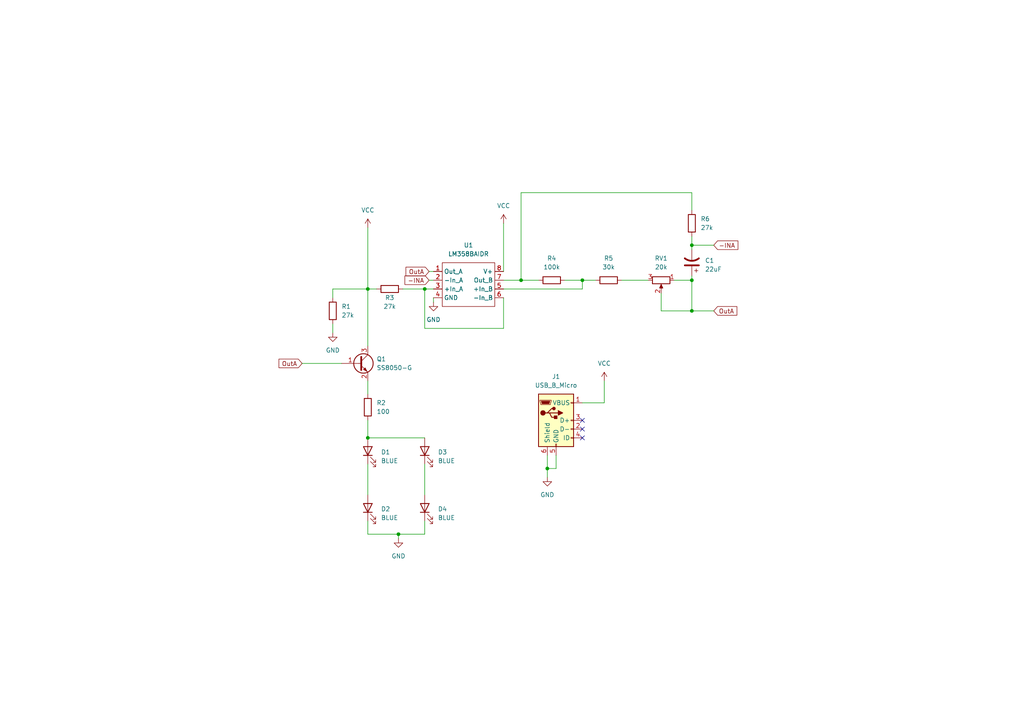
<source format=kicad_sch>
(kicad_sch (version 20211123) (generator eeschema)
  (paper "A4")
  (title_block (title "LED breathing lights") (date "2022-10-19") (rev "A") (comment 2 "creativecommons.org/licenses/6.0/") (comment 3 "License: CC BY 6.0") (comment 4 "Author: Ethan Santhiyapillai"))
  (lib_symbols
    (symbol "Connector:USB_B_Micro" (pin_names (offset 1.016))
      (property "Reference" "J" (at -5.08 11.43 0))
      (property "Value" "USB_B_Micro" (at -5.08 8.89 0))
      (symbol "USB_B_Micro_0_1"
        (rectangle (start -5.08 -7.62) (end 5.08 7.62) (stroke (width 0.254)) (fill (type background)))
        (circle (center -3.81 2.159) (radius 0.635) (stroke (width 0.254)) (fill (type outline)))
        (circle (center -0.635 3.429) (radius 0.381) (stroke (width 0.254)) (fill (type outline)))
        (rectangle (start -0.127 -7.62) (end 0.127 -6.858))
        (polyline (pts (xy -1.905 2.159) (xy 0.635 2.159)) (stroke (width 0.254)))
        (polyline (pts (xy -3.175 2.159) (xy -2.54 2.159) (xy -1.27 3.429) (xy -0.635 3.429)) (stroke (width 0.254)))
        (polyline (pts (xy -2.54 2.159) (xy -1.905 2.159) (xy -1.27 0.889) (xy 0 0.889)) (stroke (width 0.254)))
        (polyline (pts (xy 0.635 2.794) (xy 0.635 1.524) (xy 1.905 2.159) (xy 0.635 2.794)) (stroke (width 0.254)) (fill (type outline)))
        (polyline (pts (xy -4.318 5.588) (xy -1.778 5.588) (xy -2.032 4.826) (xy -4.064 4.826) (xy -4.318 5.588)) (fill (type outline)))
        (polyline (pts (xy -4.699 5.842) (xy -4.699 5.588) (xy -4.445 4.826) (xy -4.445 4.572) (xy -1.651 4.572) (xy -1.651 4.826) (xy -1.397 5.588) (xy -1.397 5.842) (xy -4.699 5.842)))
        (rectangle (start 0.254 1.27) (end -0.508 0.508) (stroke (width 0.254)) (fill (type outline)))
        (rectangle (start 5.08 -5.207) (end 4.318 -4.953))
        (rectangle (start 5.08 -2.667) (end 4.318 -2.413))
        (rectangle (start 5.08 -0.127) (end 4.318 0.127))
        (rectangle (start 5.08 4.953) (end 4.318 5.207))
      )
      (symbol "USB_B_Micro_1_1"
        (pin power_out line (at 7.62 5.08 180) (length 2.54) (name "VBUS") (number "1"))
        (pin bidirectional line (at 7.62 -2.54 180) (length 2.54) (name "D-") (number "2"))
        (pin bidirectional line (at 7.62 0 180) (length 2.54) (name "D+") (number "3"))
        (pin passive line (at 7.62 -5.08 180) (length 2.54) (name "ID") (number "4"))
        (pin power_out line (at 0 -10.16 90) (length 2.54) (name "GND") (number "5"))
        (pin passive line (at -2.54 -10.16 90) (length 2.54) (name "Shield") (number "6"))
      )
    )
    (symbol "Device:C_Polarized_US" (pin_numbers hide) (pin_names (offset 0.254) hide)
      (property "Reference" "C" (at 0.635 2.54 0))
      (property "Value" "C_Polarized_US" (at 0.635 -2.54 0))
      (symbol "C_Polarized_US_0_1"
        (polyline (pts (xy -2.032 0.762) (xy 2.032 0.762)) (stroke (width 0.508)))
        (polyline (pts (xy -1.778 2.286) (xy -0.762 2.286)))
        (polyline (pts (xy -1.27 1.778) (xy -1.27 2.794)))
        (arc (start 2.032 -1.27) (mid 0 -0.5572) (end -2.032 -1.27) (stroke (width 0.508)))
      )
      (symbol "C_Polarized_US_1_1"
        (pin passive line (at 0 3.81 270) (length 2.794) (name "~") (number "1"))
        (pin passive line (at 0 -3.81 90) (length 3.302) (name "~") (number "2"))
      )
    )
    (symbol "Device:LED" (pin_numbers hide) (pin_names (offset 1.016) hide)
      (property "Reference" "D" (at 0 2.54 0))
      (property "Value" "LED" (at 0 -2.54 0))
      (symbol "LED_0_1"
        (polyline (pts (xy -1.27 -1.27) (xy -1.27 1.27)) (stroke (width 0.254)))
        (polyline (pts (xy -1.27 0) (xy 1.27 0)))
        (polyline (pts (xy 1.27 -1.27) (xy 1.27 1.27) (xy -1.27 0) (xy 1.27 -1.27)) (stroke (width 0.254)))
        (polyline (pts (xy -3.048 -0.762) (xy -4.572 -2.286) (xy -3.81 -2.286) (xy -4.572 -2.286) (xy -4.572 -1.524)))
        (polyline (pts (xy -1.778 -0.762) (xy -3.302 -2.286) (xy -2.54 -2.286) (xy -3.302 -2.286) (xy -3.302 -1.524)))
      )
      (symbol "LED_1_1"
        (pin passive line (at -3.81 0 0) (length 2.54) (name "K") (number "1"))
        (pin passive line (at 3.81 0 180) (length 2.54) (name "A") (number "2"))
      )
    )
    (symbol "Device:R" (pin_numbers hide) (pin_names (offset 0))
      (property "Reference" "R" (at 2.032 0 90))
      (property "Value" "R" (at 0 0 90))
      (symbol "R_0_1"
        (rectangle (start -1.016 -2.54) (end 1.016 2.54) (stroke (width 0.254)))
      )
      (symbol "R_1_1"
        (pin passive line (at 0 3.81 270) (length 1.27) (name "~") (number "1"))
        (pin passive line (at 0 -3.81 90) (length 1.27) (name "~") (number "2"))
      )
    )
    (symbol "Device:R_Potentiometer" (pin_names (offset 1.016) hide)
      (property "Reference" "RV" (at -4.445 0 90))
      (property "Value" "R_Potentiometer" (at -2.54 0 90))
      (symbol "R_Potentiometer_0_1"
        (polyline (pts (xy 2.54 0) (xy 1.524 0)))
        (polyline (pts (xy 1.143 0) (xy 2.286 0.508) (xy 2.286 -0.508) (xy 1.143 0)) (fill (type outline)))
        (rectangle (start 1.016 2.54) (end -1.016 -2.54) (stroke (width 0.254)))
      )
      (symbol "R_Potentiometer_1_1"
        (pin passive line (at 0 3.81 270) (length 1.27) (name "1") (number "1"))
        (pin passive line (at 3.81 0 180) (length 1.27) (name "2") (number "2"))
        (pin passive line (at 0 -3.81 90) (length 1.27) (name "3") (number "3"))
      )
    )
    (symbol "FIrst_PCB_Design:OPA2244"
      (property "Reference" "U?" (at 0 13.97 0))
      (property "Value" "OPA2244" (at 0 11.43 0))
      (symbol "OPA2244_0_1"
        (rectangle (start 7.62 -3.81) (end -7.62 8.89))
      )
      (symbol "OPA2244_1_1"
        (pin output line (at -10.16 6.35 0) (length 2.54) (name "Out_A") (number "1"))
        (pin input line (at -10.16 3.81 0) (length 2.54) (name "-In_A") (number "2"))
        (pin input line (at -10.16 1.27 0) (length 2.54) (name "+In_A") (number "3"))
        (pin input line (at -10.16 -1.27 0) (length 2.54) (name "GND") (number "4"))
        (pin input line (at 10.16 1.27 180) (length 2.54) (name "+In_B") (number "5"))
        (pin input line (at 10.16 -1.27 180) (length 2.54) (name "-In_B") (number "6"))
        (pin output line (at 10.16 3.81 180) (length 2.54) (name "Out_B") (number "7"))
        (pin input line (at 10.16 6.35 180) (length 2.54) (name "V+") (number "8"))
      )
    )
    (symbol "FIrst_PCB_Design:SS8050-G"
      (property "Reference" "Q" (at 5.08 1.27 0))
      (property "Value" "SS8050-G" (at 8.89 -1.27 0))
      (symbol "SS8050-G_0_1"
        (polyline (pts (xy -1.27 0) (xy -0.635 0)))
        (polyline (pts (xy -0.635 0.635) (xy 1.27 2.54)))
        (polyline (pts (xy -0.635 -0.635) (xy 1.27 -2.54) (xy 1.27 -2.54)))
        (polyline (pts (xy -0.635 1.905) (xy -0.635 -1.905) (xy -0.635 -1.905)) (stroke (width 0.508)))
        (polyline (pts (xy 0 -1.778) (xy 0.508 -1.27) (xy 1.016 -2.286) (xy 0 -1.778) (xy 0 -1.778)) (fill (type outline)))
        (circle (center 0 0) (radius 2.8194) (stroke (width 0.254)))
      )
      (symbol "SS8050-G_1_1"
        (pin input line (at -6.35 0 0) (length 5.08) (name "") (number "1"))
        (pin passive line (at 1.27 -5.08 90) (length 2.54) (name "") (number "2"))
        (pin passive line (at 1.27 5.08 270) (length 2.54) (name "") (number "3"))
      )
    )
    (symbol "power:GND" (power) (pin_names (offset 0))
      (property "Value" "GND" (at 0 -3.81 0))
      (symbol "GND_0_1"
        (polyline (pts (xy 0 0) (xy 0 -1.27) (xy 1.27 -1.27) (xy 0 -2.54) (xy -1.27 -1.27) (xy 0 -1.27)))
      )
      (symbol "GND_1_1"
        (pin power_in line (at 0 0 270) (length 0) hide (name "GND") (number "1"))
      )
    )
    (symbol "power:VCC" (power) (pin_names (offset 0))
      (property "Value" "VCC" (at 0 3.81 0))
      (symbol "VCC_0_1"
        (polyline (pts (xy -0.762 1.27) (xy 0 2.54)))
        (polyline (pts (xy 0 0) (xy 0 2.54)))
        (polyline (pts (xy 0 2.54) (xy 0.762 1.27)))
      )
      (symbol "VCC_1_1"
        (pin power_in line (at 0 0 90) (length 0) hide (name "VCC") (number "1"))
      )
    )
  )
  (junction (at 123.19 83.82))
  (junction (at 200.66 71.12))
  (junction (at 106.68 83.82))
  (junction (at 200.66 90.17))
  (junction (at 168.91 81.28))
  (junction (at 200.66 81.28))
  (junction (at 151.13 81.28))
  (junction (at 106.68 127))
  (junction (at 158.75 135.89))
  (junction (at 115.57 154.94))
  (no_connect (at 168.91 121.92))
  (no_connect (at 168.91 124.46))
  (no_connect (at 168.91 127))
  (wire (pts (xy 106.68 83.82) (xy 109.22 83.82)))
  (wire (pts (xy 146.05 95.25) (xy 146.05 86.36)))
  (wire (pts (xy 200.66 90.17) (xy 207.01 90.17)))
  (wire (pts (xy 115.57 154.94) (xy 123.19 154.94)))
  (wire (pts (xy 87.63 105.41) (xy 99.06 105.41)))
  (wire (pts (xy 168.91 116.84) (xy 175.26 116.84)))
  (wire (pts (xy 123.19 83.82) (xy 123.19 95.25)))
  (wire (pts (xy 200.66 71.12) (xy 207.01 71.12)))
  (wire (pts (xy 175.26 110.49) (xy 175.26 116.84)))
  (wire (pts (xy 200.66 68.58) (xy 200.66 71.12)))
  (wire (pts (xy 106.68 121.92) (xy 106.68 127)))
  (wire (pts (xy 163.83 81.28) (xy 168.91 81.28)))
  (wire (pts (xy 123.19 95.25) (xy 146.05 95.25)))
  (wire (pts (xy 123.19 83.82) (xy 125.73 83.82)))
  (wire (pts (xy 106.68 154.94) (xy 115.57 154.94)))
  (wire (pts (xy 146.05 64.77) (xy 146.05 78.74)))
  (wire (pts (xy 151.13 81.28) (xy 151.13 55.88)))
  (wire (pts (xy 146.05 83.82) (xy 168.91 83.82)))
  (wire (pts (xy 158.75 132.08) (xy 158.75 135.89)))
  (wire (pts (xy 200.66 71.12) (xy 200.66 72.39)))
  (wire (pts (xy 115.57 154.94) (xy 115.57 156.21)))
  (wire (pts (xy 123.19 134.62) (xy 123.19 143.51)))
  (wire (pts (xy 191.77 85.09) (xy 191.77 90.17)))
  (wire (pts (xy 106.68 127) (xy 123.19 127)))
  (wire (pts (xy 168.91 81.28) (xy 168.91 83.82)))
  (wire (pts (xy 195.58 81.28) (xy 200.66 81.28)))
  (wire (pts (xy 200.66 80.01) (xy 200.66 81.28)))
  (wire (pts (xy 123.19 151.13) (xy 123.19 154.94)))
  (wire (pts (xy 106.68 110.49) (xy 106.68 114.3)))
  (wire (pts (xy 96.52 83.82) (xy 96.52 86.36)))
  (wire (pts (xy 168.91 81.28) (xy 172.72 81.28)))
  (wire (pts (xy 151.13 81.28) (xy 156.21 81.28)))
  (wire (pts (xy 125.73 86.36) (xy 125.73 87.63)))
  (wire (pts (xy 96.52 93.98) (xy 96.52 96.52)))
  (wire (pts (xy 116.84 83.82) (xy 123.19 83.82)))
  (wire (pts (xy 125.73 81.28) (xy 124.46 81.28)))
  (wire (pts (xy 180.34 81.28) (xy 187.96 81.28)))
  (wire (pts (xy 161.29 132.08) (xy 161.29 135.89)))
  (wire (pts (xy 200.66 55.88) (xy 200.66 60.96)))
  (wire (pts (xy 161.29 135.89) (xy 158.75 135.89)))
  (wire (pts (xy 191.77 90.17) (xy 200.66 90.17)))
  (wire (pts (xy 158.75 135.89) (xy 158.75 138.43)))
  (wire (pts (xy 106.68 151.13) (xy 106.68 154.94)))
  (wire (pts (xy 106.68 66.04) (xy 106.68 83.82)))
  (wire (pts (xy 151.13 55.88) (xy 200.66 55.88)))
  (wire (pts (xy 106.68 83.82) (xy 106.68 100.33)))
  (wire (pts (xy 124.46 78.74) (xy 125.73 78.74)))
  (wire (pts (xy 200.66 90.17) (xy 200.66 81.28)))
  (wire (pts (xy 106.68 134.62) (xy 106.68 143.51)))
  (wire (pts (xy 96.52 83.82) (xy 106.68 83.82)))
  (wire (pts (xy 146.05 81.28) (xy 151.13 81.28)))
  (global_label "-INA" (shape input) (at 207.01 71.12 0) (property "Intersheet References" "${INTERSHEET_REFS}" (effects hide)))
  (global_label "OutA" (shape input) (at 207.01 90.17 0) (property "Intersheet References" "${INTERSHEET_REFS}" (effects hide)))
  (global_label "OutA" (shape input) (at 124.46 78.74 180) (property "Intersheet References" "${INTERSHEET_REFS}" (effects hide)))
  (global_label "-INA" (shape input) (at 124.46 81.28 180) (property "Intersheet References" "${INTERSHEET_REFS}" (effects hide)))
  (global_label "OutA" (shape input) (at 87.63 105.41 180) (property "Intersheet References" "${INTERSHEET_REFS}" (effects hide)))
  (symbol (lib_id "FIrst_PCB_Design:SS8050-G") (at 105.41 105.41 0) (unit 1)
    (property "Reference" "Q1" (at 109.22 104.1399 0) (effects (justify left)))
    (property "Value" "SS8050-G" (at 109.22 106.6799 0) (effects (justify left)))
    (property "Footprint" "First_PCB_Design_Footprints:SS8050-G" (effects hide))
  )
  (symbol (lib_id "power:GND") (at 96.52 96.52 0) (unit 1)
    (property "Reference" "#PWR01" (effects hide))
    (property "Value" "GND" (at 96.52 101.6 0))
  )
  (symbol (lib_id "power:GND") (at 158.75 138.43 0) (unit 1)
    (property "Reference" "#PWR06" (effects hide))
    (property "Value" "GND" (at 158.75 143.51 0))
  )
  (symbol (lib_id "Device:LED") (at 123.19 147.32 90) (unit 1)
    (property "Reference" "D4" (at 127 147.6374 90) (effects (justify right)))
    (property "Value" "BLUE" (at 127 150.1774 90) (effects (justify right)))
    (property "Footprint" "First_PCB_Design_Footprints:VAOL-S8SB4" (effects hide))
  )
  (symbol (lib_id "Device:LED") (at 106.68 130.81 90) (unit 1)
    (property "Reference" "D1" (at 110.49 131.1274 90) (effects (justify right)))
    (property "Value" "BLUE" (at 110.49 133.6674 90) (effects (justify right)))
    (property "Footprint" "First_PCB_Design_Footprints:VAOL-S8SB4" (effects hide))
  )
  (symbol (lib_id "Device:R") (at 160.02 81.28 90) (unit 1)
    (property "Reference" "R4" (at 160.02 74.93 90))
    (property "Value" "100k" (at 160.02 77.47 90))
    (property "Footprint" "First_PCB_Design_Footprints:RC0603FR-07100KL" (effects hide))
  )
  (symbol (lib_id "Device:LED") (at 123.19 130.81 90) (unit 1)
    (property "Reference" "D3" (at 127 131.1274 90) (effects (justify right)))
    (property "Value" "BLUE" (at 127 133.6674 90) (effects (justify right)))
    (property "Footprint" "First_PCB_Design_Footprints:VAOL-S8SB4" (effects hide))
  )
  (symbol (lib_id "Device:R") (at 113.03 83.82 90) (unit 1)
    (property "Reference" "R3" (at 113.03 86.36 90))
    (property "Value" "27k" (at 113.03 88.9 90))
    (property "Footprint" "First_PCB_Design_Footprints:RC0402JR-0727KL" (effects hide))
  )
  (symbol (lib_id "power:GND") (at 125.73 87.63 0) (unit 1)
    (property "Reference" "#PWR04" (effects hide))
    (property "Value" "GND" (at 125.73 92.71 0))
  )
  (symbol (lib_id "Device:C_Polarized_US") (at 200.66 76.2 180) (unit 1)
    (property "Reference" "C1" (at 204.47 75.5649 0) (effects (justify right)))
    (property "Value" "22uF" (at 204.47 78.1049 0) (effects (justify right)))
    (property "Footprint" "First_PCB_Design_Footprints:C2012JB1A226M125AB" (effects hide))
  )
  (symbol (lib_id "power:VCC") (at 175.26 110.49 0) (unit 1)
    (property "Reference" "#PWR07" (effects hide))
    (property "Value" "VCC" (at 175.26 105.41 0))
  )
  (symbol (lib_id "power:GND") (at 115.57 156.21 0) (unit 1)
    (property "Reference" "#PWR03" (effects hide))
    (property "Value" "GND" (at 115.57 161.29 0))
  )
  (symbol (lib_id "power:VCC") (at 146.05 64.77 0) (unit 1)
    (property "Reference" "#PWR05" (effects hide))
    (property "Value" "VCC" (at 146.05 59.69 0))
  )
  (symbol (lib_id "power:VCC") (at 106.68 66.04 0) (unit 1)
    (property "Reference" "#PWR02" (effects hide))
    (property "Value" "VCC" (at 106.68 60.96 0))
  )
  (symbol (lib_id "Connector:USB_B_Micro") (at 161.29 121.92 0) (unit 1)
    (property "Reference" "J1" (at 161.29 109.22 0))
    (property "Value" "USB_B_Micro" (at 161.29 111.76 0))
    (property "Footprint" "First_PCB_Design_Footprints:MOLEX_47346-0001" (effects hide))
  )
  (symbol (lib_id "Device:LED") (at 106.68 147.32 90) (unit 1)
    (property "Reference" "D2" (at 110.49 147.6374 90) (effects (justify right)))
    (property "Value" "BLUE" (at 110.49 150.1774 90) (effects (justify right)))
    (property "Footprint" "First_PCB_Design_Footprints:VAOL-S8SB4" (effects hide))
  )
  (symbol (lib_id "Device:R") (at 106.68 118.11 0) (unit 1)
    (property "Reference" "R2" (at 109.22 116.8399 0) (effects (justify left)))
    (property "Value" "100" (at 109.22 119.3799 0) (effects (justify left)))
    (property "Footprint" "First_PCB_Design_Footprints:RNCP1206FTD100R" (effects hide))
  )
  (symbol (lib_id "Device:R") (at 96.52 90.17 0) (unit 1)
    (property "Reference" "R1" (at 99.06 88.8999 0) (effects (justify left)))
    (property "Value" "27k" (at 99.06 91.4399 0) (effects (justify left)))
    (property "Footprint" "First_PCB_Design_Footprints:RC0402JR-0727KL" (effects hide))
  )
  (symbol (lib_id "Device:R") (at 176.53 81.28 90) (unit 1)
    (property "Reference" "R5" (at 176.53 74.93 90))
    (property "Value" "30k" (at 176.53 77.47 90))
    (property "Footprint" "First_PCB_Design_Footprints:RC0402JR-0730KL" (effects hide))
  )
  (symbol (lib_id "FIrst_PCB_Design:OPA2244") (at 135.89 85.09 0) (unit 1)
    (property "Reference" "U1" (at 135.89 71.12 0))
    (property "Value" "LM358BAIDR" (at 135.89 73.66 0))
    (property "Footprint" "First_PCB_Design_Footprints:LM358BAIDR-SOIC" (effects hide))
  )
  (symbol (lib_id "Device:R") (at 200.66 64.77 0) (unit 1)
    (property "Reference" "R6" (at 203.2 63.4999 0) (effects (justify left)))
    (property "Value" "27k" (at 203.2 66.0399 0) (effects (justify left)))
    (property "Footprint" "First_PCB_Design_Footprints:RC0402JR-0727KL" (effects hide))
  )
  (symbol (lib_id "Device:R_Potentiometer") (at 191.77 81.28 270) (unit 1)
    (property "Reference" "RV1" (at 191.77 74.93 90))
    (property "Value" "20k" (at 191.77 77.47 90))
    (property "Footprint" "First_PCB_Design_Footprints:TRIM_PVG3A200C01R00" (effects hide))
  )
)
</source>
